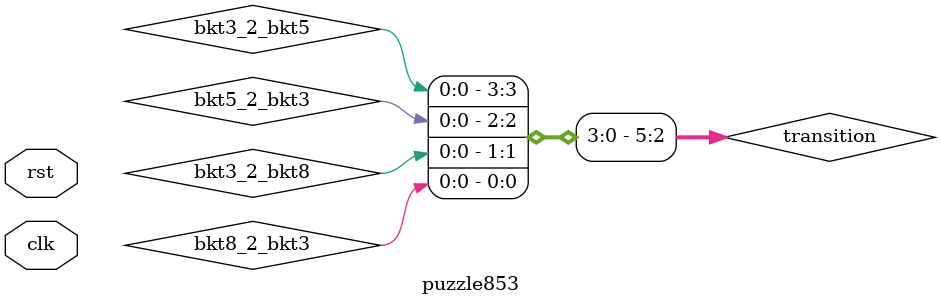
<source format=sv>

module puzzle853(
   input clk,
   input rst
);


reg [3:0] bkt8;
reg [3:0] bkt5;
reg [3:0] bkt3;
reg [31:0] cycle_counter;
reg rst_1d;
reg bkt8_2_bkt5;
reg bkt5_2_bkt8;
reg bkt8_2_bkt3;
reg bkt3_2_bkt8;
reg bkt5_2_bkt3;
reg bkt3_2_bkt5;
wire [5:0] transition;
assign transition = {bkt3_2_bkt5, bkt5_2_bkt3, bkt3_2_bkt8, bkt8_2_bkt3, bkt5_2_bkt8, bkt8_2_bkt5};


initial begin
  cycle_counter <= 32'd0;
  rst_1d <= 1'b1;
end

always @(posedge clk) begin
  rst_1d <= rst;
end


always @(posedge clk) begin
        if (rst) begin
            cycle_counter <= 32'b0;
        end else begin
            cycle_counter <= cycle_counter + 32'b1;
        end
    end

`ifdef FORMAL
`ifdef VERIFIC

//initial value of bkt8=8, bkt5=0, bkt3=0
init_bkt_val: assume property (@ (posedge clk) disable iff (rst)
  rst_1d |-> ((bkt8 == 4'd8) && (bkt5 == 4'd0) && (bkt3 == 4'd0) && !(|transition))
  );



// Sum is 8
sum8: assume property (@ (posedge clk)  disable iff (rst)
  (bkt8 + bkt5 + bkt3) == 4'd8);

//values for bucktes are constrained
value_bkt8: assume property (@ (posedge clk)  disable iff (rst)
  (bkt8 >=4'd0) && (bkt8 <= 4'd8));

value_bkt5: assume property (@ (posedge clk)  disable iff (rst)
  (bkt5 >=4'd0) && (bkt5 <= 4'd5));

value_bkt3: assume property (@ (posedge clk)  disable iff (rst)
  (bkt3 >=4'd0) && (bkt3 <= 4'd3));

// if no movement then no change
stable_bkt: assume property (@ (posedge clk)  disable iff (rst)
  !(|transition) |-> ($stable(bkt8) && $stable(bkt5) &&  $stable(bkt3))
  );


//shifting from bkt8 to bkt5
bkt8tobkt5: assume property (@ (posedge clk)  disable iff (rst)
  bkt8_2_bkt5 |-> (
    (bkt5 == ($past(bkt5) + ((5-$past(bkt5)) < $past(bkt8) ? (5-$past(bkt5)) : $past(bkt8)))) &&
    (bkt8 == ($past(bkt8) - ((5-$past(bkt5)) < $past(bkt8) ? (5-$past(bkt5)) : $past(bkt8))))
                        )
                        );
//from bkt5 to bkt8
bkt5tobkt8: assume property (@ (posedge clk)  disable iff (rst)
  bkt5_2_bkt8 |-> (
    (bkt8 == ($past(bkt8) + ((8-$past(bkt8)) < $past(bkt5) ? (8-$past(bkt8)) : $past(bkt5)))) &&
    (bkt5 == ($past(bkt5) - ((8-$past(bkt8)) < $past(bkt5) ? (8-$past(bkt8)) : $past(bkt5))))
                        )
                        );

//from bkt8 to bkt3
bkt8tobkt3: assume property (@ (posedge clk)  disable iff (rst)
  bkt8_2_bkt3 |-> (
    (bkt3 == ($past(bkt3) + ((3-$past(bkt3)) < $past(bkt8) ? (3-$past(bkt3)) : $past(bkt8)))) &&
    (bkt8 == ($past(bkt8) - ((3-$past(bkt3)) < $past(bkt8) ? (3-$past(bkt3)) : $past(bkt8))))
                        )
                        );
//from bkt3 to bkt8
bkt3tobkt8: assume property (@ (posedge clk)  disable iff (rst)
  bkt3_2_bkt8 |-> (
    (bkt8 == ($past(bkt8) + ((8-$past(bkt8)) < $past(bkt3) ? (8-$past(bkt8)) : $past(bkt3)))) &&
    (bkt3 == ($past(bkt3) - ((8-$past(bkt8)) < $past(bkt3) ? (8-$past(bkt8)) : $past(bkt3))))
                        )
                        );

//from bkt5 to bkt3
bkt5tobkt3: assume property (@ (posedge clk)  disable iff (rst)
  bkt5_2_bkt3 |-> (
    (bkt3 == ($past(bkt3) + ((3-$past(bkt3)) < $past(bkt5) ? (3-$past(bkt3)) : $past(bkt5)))) &&
    (bkt5 == ($past(bkt5) - ((3-$past(bkt3)) < $past(bkt5) ? (3-$past(bkt3)) : $past(bkt5))))
                        )
                        );
//from bkt3 to bkt5
bkt3tobkt5: assume property (@ (posedge clk)  disable iff (rst)
  bkt3_2_bkt5 |-> (
    (bkt5 == ($past(bkt5) + ((5-$past(bkt5)) < $past(bkt3) ? (5-$past(bkt5)) : $past(bkt3)))) &&
    (bkt3 == ($past(bkt3) - ((5-$past(bkt5)) < $past(bkt3) ? (5-$past(bkt5)) : $past(bkt3))))
                        )
                        );

// one hot for transition
one_hot: assume property (@ (posedge clk) disable iff (rst)
  $onehot0({transition})
  );

//solution cover
sol_cvr: cover property (@(posedge clk)  disable iff (rst)
  (bkt5 == 4'd4) || (bkt8 == 4'd4)
  );

//redundant cover
trv_cvr: cover property (@(posedge clk)  disable iff (rst)
 (cycle_counter == 15) |-> ($onehot(transition))
  );

trv_cvr_bkt8: cover property (@(posedge clk)  disable iff (rst)
 (cycle_counter == 3) |-> (bkt8 + bkt3 == 4'd8)
  );


`endif //VERIFIC
`endif //FORMAL
  
endmodule

</source>
